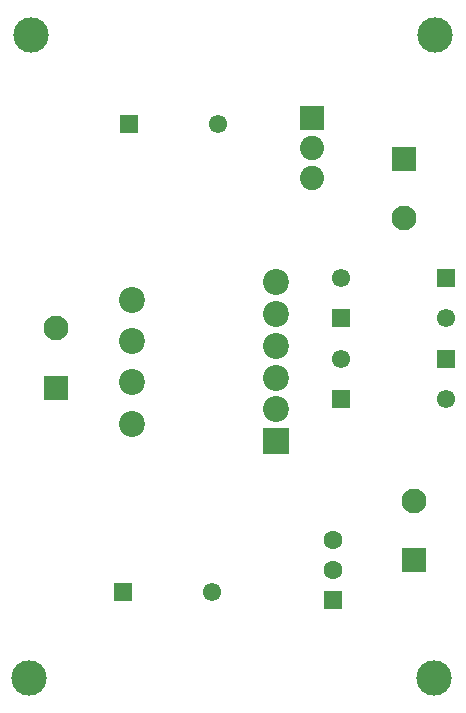
<source format=gbl>
G04*
G04 #@! TF.GenerationSoftware,Altium Limited,Altium Designer,24.5.2 (23)*
G04*
G04 Layer_Physical_Order=2*
G04 Layer_Color=16711680*
%FSLAX44Y44*%
%MOMM*%
G71*
G04*
G04 #@! TF.SameCoordinates,E433FD67-1584-4B15-B20B-D7A4E77B4FCA*
G04*
G04*
G04 #@! TF.FilePolarity,Positive*
G04*
G01*
G75*
%ADD19C,1.5500*%
%ADD20R,1.5500X1.5500*%
%ADD23C,2.0500*%
%ADD24R,2.0500X2.0500*%
%ADD27R,2.1000X2.1000*%
%ADD28C,2.1000*%
%ADD29C,3.0000*%
%ADD30R,2.2000X2.2000*%
%ADD31C,2.2000*%
%ADD32R,1.6000X1.6000*%
%ADD33C,1.6000*%
D19*
X1557070Y834390D02*
D03*
X1452880Y964590D02*
D03*
X1645870Y800100D02*
D03*
X1557070Y765810D02*
D03*
X1645870Y731520D02*
D03*
X1447800Y568350D02*
D03*
D20*
X1645870Y834390D02*
D03*
X1377880Y964590D02*
D03*
X1557070Y800100D02*
D03*
X1645870Y765810D02*
D03*
X1557070Y731520D02*
D03*
X1372800Y568350D02*
D03*
D23*
X1532890Y918870D02*
D03*
Y944220D02*
D03*
D24*
Y969570D02*
D03*
D27*
X1610360Y935380D02*
D03*
X1315720Y741470D02*
D03*
X1619250Y595820D02*
D03*
D28*
X1610360Y885380D02*
D03*
X1315720Y791470D02*
D03*
X1619250Y645820D02*
D03*
D29*
X1636895Y1040000D02*
D03*
X1295060Y1039943D02*
D03*
X1292860Y495300D02*
D03*
X1635760D02*
D03*
D30*
X1502410Y695960D02*
D03*
D31*
Y722960D02*
D03*
Y749960D02*
D03*
Y776960D02*
D03*
Y803960D02*
D03*
Y830960D02*
D03*
X1380410Y710960D02*
D03*
Y745960D02*
D03*
Y780960D02*
D03*
Y815960D02*
D03*
D32*
X1550670Y562000D02*
D03*
D33*
Y587400D02*
D03*
Y612800D02*
D03*
M02*

</source>
